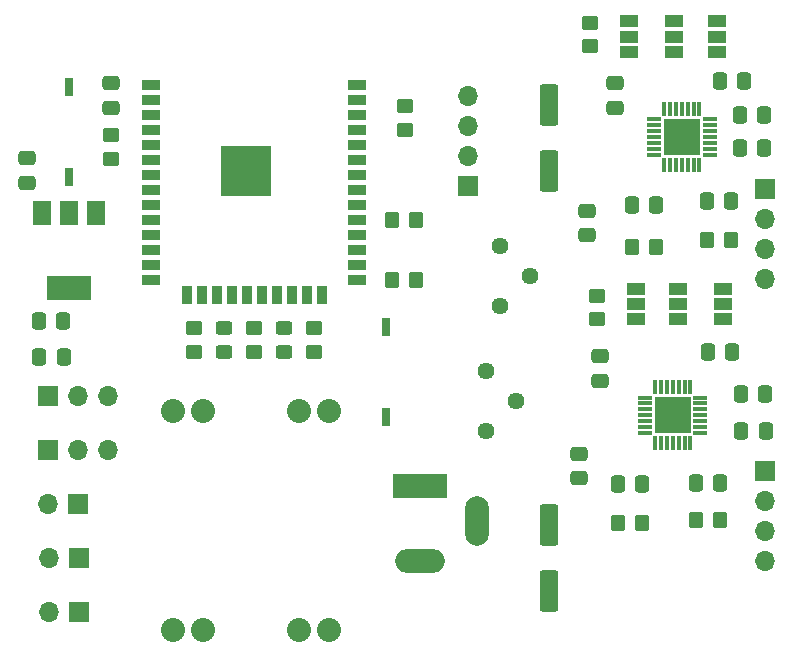
<source format=gbr>
%TF.GenerationSoftware,KiCad,Pcbnew,7.0.1*%
%TF.CreationDate,2023-04-20T17:16:14+02:00*%
%TF.ProjectId,PCB_evenwicht,5043425f-6576-4656-9e77-696368742e6b,rev?*%
%TF.SameCoordinates,Original*%
%TF.FileFunction,Soldermask,Top*%
%TF.FilePolarity,Negative*%
%FSLAX46Y46*%
G04 Gerber Fmt 4.6, Leading zero omitted, Abs format (unit mm)*
G04 Created by KiCad (PCBNEW 7.0.1) date 2023-04-20 17:16:14*
%MOMM*%
%LPD*%
G01*
G04 APERTURE LIST*
G04 Aperture macros list*
%AMRoundRect*
0 Rectangle with rounded corners*
0 $1 Rounding radius*
0 $2 $3 $4 $5 $6 $7 $8 $9 X,Y pos of 4 corners*
0 Add a 4 corners polygon primitive as box body*
4,1,4,$2,$3,$4,$5,$6,$7,$8,$9,$2,$3,0*
0 Add four circle primitives for the rounded corners*
1,1,$1+$1,$2,$3*
1,1,$1+$1,$4,$5*
1,1,$1+$1,$6,$7*
1,1,$1+$1,$8,$9*
0 Add four rect primitives between the rounded corners*
20,1,$1+$1,$2,$3,$4,$5,0*
20,1,$1+$1,$4,$5,$6,$7,0*
20,1,$1+$1,$6,$7,$8,$9,0*
20,1,$1+$1,$8,$9,$2,$3,0*%
G04 Aperture macros list end*
%ADD10RoundRect,0.250000X-0.350000X-0.450000X0.350000X-0.450000X0.350000X0.450000X-0.350000X0.450000X0*%
%ADD11RoundRect,0.250000X0.350000X0.450000X-0.350000X0.450000X-0.350000X-0.450000X0.350000X-0.450000X0*%
%ADD12RoundRect,0.250000X0.475000X-0.337500X0.475000X0.337500X-0.475000X0.337500X-0.475000X-0.337500X0*%
%ADD13R,1.500000X0.900000*%
%ADD14R,0.900000X1.500000*%
%ADD15C,0.600000*%
%ADD16R,4.200000X4.200000*%
%ADD17R,1.500000X1.000000*%
%ADD18RoundRect,0.250000X0.337500X0.475000X-0.337500X0.475000X-0.337500X-0.475000X0.337500X-0.475000X0*%
%ADD19R,1.700000X1.700000*%
%ADD20O,1.700000X1.700000*%
%ADD21R,1.500000X2.000000*%
%ADD22R,3.800000X2.000000*%
%ADD23C,2.032000*%
%ADD24R,0.760000X1.600000*%
%ADD25RoundRect,0.250000X-0.337500X-0.475000X0.337500X-0.475000X0.337500X0.475000X-0.337500X0.475000X0*%
%ADD26RoundRect,0.250000X0.450000X-0.350000X0.450000X0.350000X-0.450000X0.350000X-0.450000X-0.350000X0*%
%ADD27C,1.440000*%
%ADD28RoundRect,0.250000X-0.450000X0.350000X-0.450000X-0.350000X0.450000X-0.350000X0.450000X0.350000X0*%
%ADD29RoundRect,0.250000X-0.550000X1.500000X-0.550000X-1.500000X0.550000X-1.500000X0.550000X1.500000X0*%
%ADD30R,1.150000X0.300000*%
%ADD31R,0.300000X1.150000*%
%ADD32R,3.150000X3.150000*%
%ADD33RoundRect,0.250000X0.450000X-0.325000X0.450000X0.325000X-0.450000X0.325000X-0.450000X-0.325000X0*%
%ADD34RoundRect,0.250000X0.550000X-1.500000X0.550000X1.500000X-0.550000X1.500000X-0.550000X-1.500000X0*%
%ADD35RoundRect,0.250000X-0.475000X0.337500X-0.475000X-0.337500X0.475000X-0.337500X0.475000X0.337500X0*%
%ADD36R,4.600000X2.000000*%
%ADD37O,4.200000X2.000000*%
%ADD38O,2.000000X4.200000*%
%ADD39RoundRect,0.250000X-0.450000X0.325000X-0.450000X-0.325000X0.450000X-0.325000X0.450000X0.325000X0*%
G04 APERTURE END LIST*
D10*
%TO.C,R14*%
X162521000Y-90805000D03*
X164521000Y-90805000D03*
%TD*%
D11*
%TO.C,R15*%
X157917000Y-91059000D03*
X155917000Y-91059000D03*
%TD*%
D12*
%TO.C,C18*%
X154432000Y-79015500D03*
X154432000Y-76940500D03*
%TD*%
D13*
%TO.C,U1*%
X116345000Y-53935000D03*
X116345000Y-55205000D03*
X116345000Y-56475000D03*
X116345000Y-57745000D03*
X116345000Y-59015000D03*
X116345000Y-60285000D03*
X116345000Y-61555000D03*
X116345000Y-62825000D03*
X116345000Y-64095000D03*
X116345000Y-65365000D03*
X116345000Y-66635000D03*
X116345000Y-67905000D03*
X116345000Y-69175000D03*
X116345000Y-70445000D03*
D14*
X119385000Y-71695000D03*
X120655000Y-71695000D03*
X121925000Y-71695000D03*
X123195000Y-71695000D03*
X124465000Y-71695000D03*
X125735000Y-71695000D03*
X127005000Y-71695000D03*
X128275000Y-71695000D03*
X129545000Y-71695000D03*
X130815000Y-71695000D03*
D13*
X133845000Y-70445000D03*
X133845000Y-69175000D03*
X133845000Y-67905000D03*
X133845000Y-66635000D03*
X133845000Y-65365000D03*
X133845000Y-64095000D03*
X133845000Y-62825000D03*
X133845000Y-61555000D03*
X133845000Y-60285000D03*
X133845000Y-59015000D03*
X133845000Y-57745000D03*
X133845000Y-56475000D03*
X133845000Y-55205000D03*
X133845000Y-53935000D03*
D15*
X122890000Y-60512500D03*
X122890000Y-62037500D03*
X123652500Y-59750000D03*
X123652500Y-61275000D03*
X123652500Y-62800000D03*
X124415000Y-60512500D03*
D16*
X124415000Y-61275000D03*
D15*
X124415000Y-62037500D03*
X125177500Y-59750000D03*
X125177500Y-61275000D03*
X125177500Y-62800000D03*
X125940000Y-60512500D03*
X125940000Y-62037500D03*
%TD*%
D17*
%TO.C,JP2*%
X160676900Y-48576100D03*
X160676900Y-49876100D03*
X160676900Y-51176100D03*
%TD*%
D12*
%TO.C,C2*%
X105918000Y-62251500D03*
X105918000Y-60176500D03*
%TD*%
D18*
%TO.C,C14*%
X168363500Y-80113000D03*
X166288500Y-80113000D03*
%TD*%
D19*
%TO.C,J8*%
X107696000Y-80264000D03*
D20*
X110236000Y-80264000D03*
X112776000Y-80264000D03*
%TD*%
D17*
%TO.C,JP6*%
X164811000Y-71187000D03*
X164811000Y-72487000D03*
X164811000Y-73787000D03*
%TD*%
D21*
%TO.C,U2*%
X111760000Y-64820000D03*
X109460000Y-64820000D03*
D22*
X109460000Y-71120000D03*
D21*
X107160000Y-64820000D03*
%TD*%
D23*
%TO.C,U3*%
X131470400Y-81584800D03*
X128930400Y-81584800D03*
X120802400Y-81584800D03*
X118262400Y-81584800D03*
X118262400Y-100126800D03*
X120802400Y-100126800D03*
X128930400Y-100126800D03*
X131470400Y-100126800D03*
%TD*%
D19*
%TO.C,J4*%
X168402000Y-62738000D03*
D20*
X168402000Y-65278000D03*
X168402000Y-67818000D03*
X168402000Y-70358000D03*
%TD*%
D24*
%TO.C,SW2*%
X136296400Y-74422000D03*
X136296400Y-82042000D03*
%TD*%
D25*
%TO.C,C9*%
X163449400Y-63754000D03*
X165524400Y-63754000D03*
%TD*%
D26*
%TO.C,R1*%
X113030000Y-60182000D03*
X113030000Y-58182000D03*
%TD*%
D17*
%TO.C,JP5*%
X160981000Y-71187000D03*
X160981000Y-72487000D03*
X160981000Y-73787000D03*
%TD*%
D19*
%TO.C,J2*%
X143256000Y-62484000D03*
D20*
X143256000Y-59944000D03*
X143256000Y-57404000D03*
X143256000Y-54864000D03*
%TD*%
D27*
%TO.C,RV2*%
X144780000Y-83261200D03*
X147320000Y-80721200D03*
X144780000Y-78181200D03*
%TD*%
D17*
%TO.C,JP1*%
X156866900Y-48576100D03*
X156866900Y-49876100D03*
X156866900Y-51176100D03*
%TD*%
%TO.C,JP4*%
X157425000Y-71187000D03*
X157425000Y-72487000D03*
X157425000Y-73787000D03*
%TD*%
D27*
%TO.C,RV1*%
X145948400Y-72694800D03*
X148488400Y-70154800D03*
X145948400Y-67614800D03*
%TD*%
D11*
%TO.C,R11*%
X159136900Y-67686100D03*
X157136900Y-67686100D03*
%TD*%
D24*
%TO.C,SW1*%
X109474000Y-61722000D03*
X109474000Y-54102000D03*
%TD*%
D11*
%TO.C,R2*%
X138795000Y-70485000D03*
X136795000Y-70485000D03*
%TD*%
D28*
%TO.C,R5*%
X137871200Y-55743600D03*
X137871200Y-57743600D03*
%TD*%
D10*
%TO.C,R10*%
X163486900Y-67056000D03*
X165486900Y-67056000D03*
%TD*%
D19*
%TO.C,J7*%
X110236000Y-89408000D03*
D20*
X107696000Y-89408000D03*
%TD*%
D12*
%TO.C,C10*%
X155702000Y-55901500D03*
X155702000Y-53826500D03*
%TD*%
D26*
%TO.C,R3*%
X130175000Y-76565000D03*
X130175000Y-74565000D03*
%TD*%
D11*
%TO.C,R6*%
X138795000Y-65405000D03*
X136795000Y-65405000D03*
%TD*%
D19*
%TO.C,J3*%
X110241000Y-93980000D03*
D20*
X107701000Y-93980000D03*
%TD*%
D19*
%TO.C,J6*%
X168402000Y-86624000D03*
D20*
X168402000Y-89164000D03*
X168402000Y-91704000D03*
X168402000Y-94244000D03*
%TD*%
D17*
%TO.C,JP3*%
X164338000Y-48576100D03*
X164338000Y-49876100D03*
X164338000Y-51176100D03*
%TD*%
D29*
%TO.C,C19*%
X150114000Y-91174000D03*
X150114000Y-96774000D03*
%TD*%
D18*
%TO.C,C11*%
X168423500Y-83210400D03*
X166348500Y-83210400D03*
%TD*%
D25*
%TO.C,C12*%
X163499500Y-76581000D03*
X165574500Y-76581000D03*
%TD*%
D18*
%TO.C,C16*%
X157954500Y-87757000D03*
X155879500Y-87757000D03*
%TD*%
D28*
%TO.C,R7*%
X125095000Y-74565000D03*
X125095000Y-76565000D03*
%TD*%
D12*
%TO.C,C1*%
X113030000Y-55880000D03*
X113030000Y-53805000D03*
%TD*%
D28*
%TO.C,R4*%
X120015000Y-74565000D03*
X120015000Y-76565000D03*
%TD*%
D30*
%TO.C,IC1*%
X163661900Y-59876600D03*
X163661900Y-59376600D03*
X163661900Y-58876600D03*
X163661900Y-58376600D03*
X163661900Y-57876600D03*
X163661900Y-57376600D03*
X163661900Y-56876600D03*
D31*
X162811900Y-56026600D03*
X162311900Y-56026600D03*
X161811900Y-56026600D03*
X161311900Y-56026600D03*
X160811900Y-56026600D03*
X160311900Y-56026600D03*
X159811900Y-56026600D03*
D30*
X158961900Y-56876600D03*
X158961900Y-57376600D03*
X158961900Y-57876600D03*
X158961900Y-58376600D03*
X158961900Y-58876600D03*
X158961900Y-59376600D03*
X158961900Y-59876600D03*
D31*
X159811900Y-60726600D03*
X160311900Y-60726600D03*
X160811900Y-60726600D03*
X161311900Y-60726600D03*
X161811900Y-60726600D03*
X162311900Y-60726600D03*
X162811900Y-60726600D03*
D32*
X161311900Y-58376600D03*
%TD*%
D12*
%TO.C,C17*%
X153310900Y-66691600D03*
X153310900Y-64616600D03*
%TD*%
D19*
%TO.C,J9*%
X110241000Y-98552000D03*
D20*
X107701000Y-98552000D03*
%TD*%
D30*
%TO.C,IC2*%
X162896000Y-83415000D03*
X162896000Y-82915000D03*
X162896000Y-82415000D03*
X162896000Y-81915000D03*
X162896000Y-81415000D03*
X162896000Y-80915000D03*
X162896000Y-80415000D03*
D31*
X162046000Y-79565000D03*
X161546000Y-79565000D03*
X161046000Y-79565000D03*
X160546000Y-79565000D03*
X160046000Y-79565000D03*
X159546000Y-79565000D03*
X159046000Y-79565000D03*
D30*
X158196000Y-80415000D03*
X158196000Y-80915000D03*
X158196000Y-81415000D03*
X158196000Y-81915000D03*
X158196000Y-82415000D03*
X158196000Y-82915000D03*
X158196000Y-83415000D03*
D31*
X159046000Y-84265000D03*
X159546000Y-84265000D03*
X160046000Y-84265000D03*
X160546000Y-84265000D03*
X161046000Y-84265000D03*
X161546000Y-84265000D03*
X162046000Y-84265000D03*
D32*
X160546000Y-81915000D03*
%TD*%
D19*
%TO.C,J5*%
X107696000Y-84836000D03*
D20*
X110236000Y-84836000D03*
X112776000Y-84836000D03*
%TD*%
D28*
%TO.C,R13*%
X154123000Y-71787000D03*
X154123000Y-73787000D03*
%TD*%
D18*
%TO.C,C8*%
X168318400Y-56510100D03*
X166243400Y-56510100D03*
%TD*%
D25*
%TO.C,C6*%
X164549000Y-53594000D03*
X166624000Y-53594000D03*
%TD*%
%TO.C,C7*%
X157099400Y-64091600D03*
X159174400Y-64091600D03*
%TD*%
D33*
%TO.C,D2*%
X122555000Y-76590000D03*
X122555000Y-74540000D03*
%TD*%
D34*
%TO.C,C20*%
X150114000Y-61214000D03*
X150114000Y-55614000D03*
%TD*%
D18*
%TO.C,C5*%
X168318400Y-59304100D03*
X166243400Y-59304100D03*
%TD*%
D35*
%TO.C,C15*%
X152654000Y-85195500D03*
X152654000Y-87270500D03*
%TD*%
D36*
%TO.C,J1*%
X139192000Y-87934000D03*
D37*
X139192000Y-94234000D03*
D38*
X143992000Y-90834000D03*
%TD*%
D18*
%TO.C,C4*%
X108987500Y-76962000D03*
X106912500Y-76962000D03*
%TD*%
%TO.C,C13*%
X164568500Y-87630000D03*
X162493500Y-87630000D03*
%TD*%
D39*
%TO.C,D1*%
X127635000Y-74540000D03*
X127635000Y-76590000D03*
%TD*%
D28*
%TO.C,R9*%
X153564900Y-48668100D03*
X153564900Y-50668100D03*
%TD*%
D25*
%TO.C,C3*%
X106891000Y-73914000D03*
X108966000Y-73914000D03*
%TD*%
M02*

</source>
